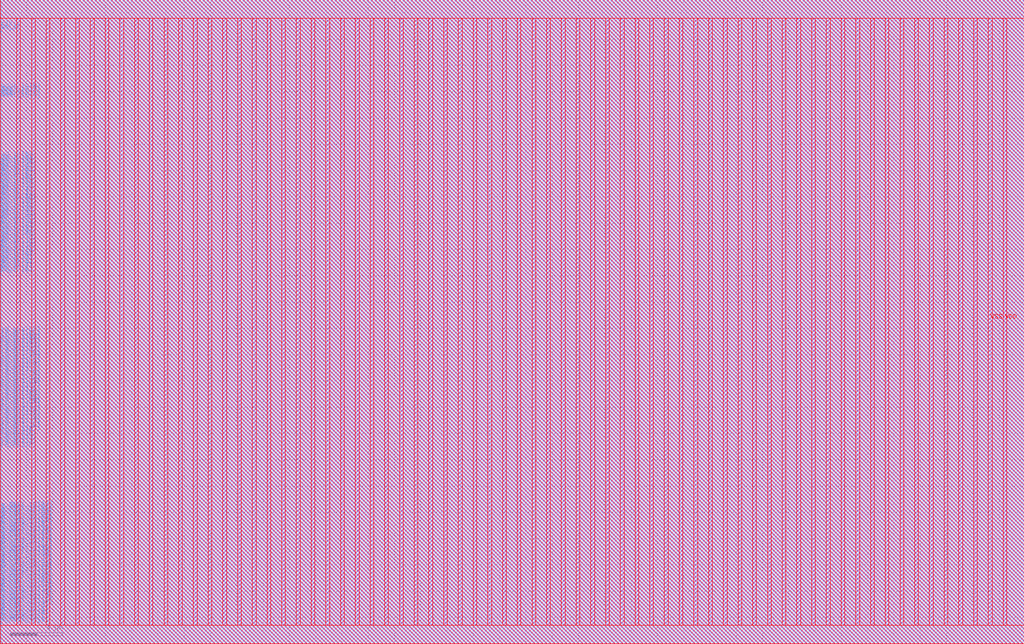
<source format=lef>
VERSION 5.7 ;
BUSBITCHARS "[]" ;
MACRO fakeram45_64x64
  FOREIGN fakeram45_64x64 0 0 ;
  SYMMETRY X Y R90 ;
  SIZE 77.900 BY 49.000 ;
  CLASS BLOCK ;
  PIN w_mask_in[0]
    DIRECTION INPUT ;
    USE SIGNAL ;
    SHAPE ABUTMENT ;
    PORT
      LAYER metal3 ;
      RECT 0.000 1.400 0.070 1.470 ;
    END
  END w_mask_in[0]
  PIN w_mask_in[1]
    DIRECTION INPUT ;
    USE SIGNAL ;
    SHAPE ABUTMENT ;
    PORT
      LAYER metal3 ;
      RECT 0.000 1.540 0.070 1.610 ;
    END
  END w_mask_in[1]
  PIN w_mask_in[2]
    DIRECTION INPUT ;
    USE SIGNAL ;
    SHAPE ABUTMENT ;
    PORT
      LAYER metal3 ;
      RECT 0.000 1.680 0.070 1.750 ;
    END
  END w_mask_in[2]
  PIN w_mask_in[3]
    DIRECTION INPUT ;
    USE SIGNAL ;
    SHAPE ABUTMENT ;
    PORT
      LAYER metal3 ;
      RECT 0.000 1.820 0.070 1.890 ;
    END
  END w_mask_in[3]
  PIN w_mask_in[4]
    DIRECTION INPUT ;
    USE SIGNAL ;
    SHAPE ABUTMENT ;
    PORT
      LAYER metal3 ;
      RECT 0.000 1.960 0.070 2.030 ;
    END
  END w_mask_in[4]
  PIN w_mask_in[5]
    DIRECTION INPUT ;
    USE SIGNAL ;
    SHAPE ABUTMENT ;
    PORT
      LAYER metal3 ;
      RECT 0.000 2.100 0.070 2.170 ;
    END
  END w_mask_in[5]
  PIN w_mask_in[6]
    DIRECTION INPUT ;
    USE SIGNAL ;
    SHAPE ABUTMENT ;
    PORT
      LAYER metal3 ;
      RECT 0.000 2.240 0.070 2.310 ;
    END
  END w_mask_in[6]
  PIN w_mask_in[7]
    DIRECTION INPUT ;
    USE SIGNAL ;
    SHAPE ABUTMENT ;
    PORT
      LAYER metal3 ;
      RECT 0.000 2.380 0.070 2.450 ;
    END
  END w_mask_in[7]
  PIN w_mask_in[8]
    DIRECTION INPUT ;
    USE SIGNAL ;
    SHAPE ABUTMENT ;
    PORT
      LAYER metal3 ;
      RECT 0.000 2.520 0.070 2.590 ;
    END
  END w_mask_in[8]
  PIN w_mask_in[9]
    DIRECTION INPUT ;
    USE SIGNAL ;
    SHAPE ABUTMENT ;
    PORT
      LAYER metal3 ;
      RECT 0.000 2.660 0.070 2.730 ;
    END
  END w_mask_in[9]
  PIN w_mask_in[10]
    DIRECTION INPUT ;
    USE SIGNAL ;
    SHAPE ABUTMENT ;
    PORT
      LAYER metal3 ;
      RECT 0.000 2.800 0.070 2.870 ;
    END
  END w_mask_in[10]
  PIN w_mask_in[11]
    DIRECTION INPUT ;
    USE SIGNAL ;
    SHAPE ABUTMENT ;
    PORT
      LAYER metal3 ;
      RECT 0.000 2.940 0.070 3.010 ;
    END
  END w_mask_in[11]
  PIN w_mask_in[12]
    DIRECTION INPUT ;
    USE SIGNAL ;
    SHAPE ABUTMENT ;
    PORT
      LAYER metal3 ;
      RECT 0.000 3.080 0.070 3.150 ;
    END
  END w_mask_in[12]
  PIN w_mask_in[13]
    DIRECTION INPUT ;
    USE SIGNAL ;
    SHAPE ABUTMENT ;
    PORT
      LAYER metal3 ;
      RECT 0.000 3.220 0.070 3.290 ;
    END
  END w_mask_in[13]
  PIN w_mask_in[14]
    DIRECTION INPUT ;
    USE SIGNAL ;
    SHAPE ABUTMENT ;
    PORT
      LAYER metal3 ;
      RECT 0.000 3.360 0.070 3.430 ;
    END
  END w_mask_in[14]
  PIN w_mask_in[15]
    DIRECTION INPUT ;
    USE SIGNAL ;
    SHAPE ABUTMENT ;
    PORT
      LAYER metal3 ;
      RECT 0.000 3.500 0.070 3.570 ;
    END
  END w_mask_in[15]
  PIN w_mask_in[16]
    DIRECTION INPUT ;
    USE SIGNAL ;
    SHAPE ABUTMENT ;
    PORT
      LAYER metal3 ;
      RECT 0.000 3.640 0.070 3.710 ;
    END
  END w_mask_in[16]
  PIN w_mask_in[17]
    DIRECTION INPUT ;
    USE SIGNAL ;
    SHAPE ABUTMENT ;
    PORT
      LAYER metal3 ;
      RECT 0.000 3.780 0.070 3.850 ;
    END
  END w_mask_in[17]
  PIN w_mask_in[18]
    DIRECTION INPUT ;
    USE SIGNAL ;
    SHAPE ABUTMENT ;
    PORT
      LAYER metal3 ;
      RECT 0.000 3.920 0.070 3.990 ;
    END
  END w_mask_in[18]
  PIN w_mask_in[19]
    DIRECTION INPUT ;
    USE SIGNAL ;
    SHAPE ABUTMENT ;
    PORT
      LAYER metal3 ;
      RECT 0.000 4.060 0.070 4.130 ;
    END
  END w_mask_in[19]
  PIN w_mask_in[20]
    DIRECTION INPUT ;
    USE SIGNAL ;
    SHAPE ABUTMENT ;
    PORT
      LAYER metal3 ;
      RECT 0.000 4.200 0.070 4.270 ;
    END
  END w_mask_in[20]
  PIN w_mask_in[21]
    DIRECTION INPUT ;
    USE SIGNAL ;
    SHAPE ABUTMENT ;
    PORT
      LAYER metal3 ;
      RECT 0.000 4.340 0.070 4.410 ;
    END
  END w_mask_in[21]
  PIN w_mask_in[22]
    DIRECTION INPUT ;
    USE SIGNAL ;
    SHAPE ABUTMENT ;
    PORT
      LAYER metal3 ;
      RECT 0.000 4.480 0.070 4.550 ;
    END
  END w_mask_in[22]
  PIN w_mask_in[23]
    DIRECTION INPUT ;
    USE SIGNAL ;
    SHAPE ABUTMENT ;
    PORT
      LAYER metal3 ;
      RECT 0.000 4.620 0.070 4.690 ;
    END
  END w_mask_in[23]
  PIN w_mask_in[24]
    DIRECTION INPUT ;
    USE SIGNAL ;
    SHAPE ABUTMENT ;
    PORT
      LAYER metal3 ;
      RECT 0.000 4.760 0.070 4.830 ;
    END
  END w_mask_in[24]
  PIN w_mask_in[25]
    DIRECTION INPUT ;
    USE SIGNAL ;
    SHAPE ABUTMENT ;
    PORT
      LAYER metal3 ;
      RECT 0.000 4.900 0.070 4.970 ;
    END
  END w_mask_in[25]
  PIN w_mask_in[26]
    DIRECTION INPUT ;
    USE SIGNAL ;
    SHAPE ABUTMENT ;
    PORT
      LAYER metal3 ;
      RECT 0.000 5.040 0.070 5.110 ;
    END
  END w_mask_in[26]
  PIN w_mask_in[27]
    DIRECTION INPUT ;
    USE SIGNAL ;
    SHAPE ABUTMENT ;
    PORT
      LAYER metal3 ;
      RECT 0.000 5.180 0.070 5.250 ;
    END
  END w_mask_in[27]
  PIN w_mask_in[28]
    DIRECTION INPUT ;
    USE SIGNAL ;
    SHAPE ABUTMENT ;
    PORT
      LAYER metal3 ;
      RECT 0.000 5.320 0.070 5.390 ;
    END
  END w_mask_in[28]
  PIN w_mask_in[29]
    DIRECTION INPUT ;
    USE SIGNAL ;
    SHAPE ABUTMENT ;
    PORT
      LAYER metal3 ;
      RECT 0.000 5.460 0.070 5.530 ;
    END
  END w_mask_in[29]
  PIN w_mask_in[30]
    DIRECTION INPUT ;
    USE SIGNAL ;
    SHAPE ABUTMENT ;
    PORT
      LAYER metal3 ;
      RECT 0.000 5.600 0.070 5.670 ;
    END
  END w_mask_in[30]
  PIN w_mask_in[31]
    DIRECTION INPUT ;
    USE SIGNAL ;
    SHAPE ABUTMENT ;
    PORT
      LAYER metal3 ;
      RECT 0.000 5.740 0.070 5.810 ;
    END
  END w_mask_in[31]
  PIN w_mask_in[32]
    DIRECTION INPUT ;
    USE SIGNAL ;
    SHAPE ABUTMENT ;
    PORT
      LAYER metal3 ;
      RECT 0.000 5.880 0.070 5.950 ;
    END
  END w_mask_in[32]
  PIN w_mask_in[33]
    DIRECTION INPUT ;
    USE SIGNAL ;
    SHAPE ABUTMENT ;
    PORT
      LAYER metal3 ;
      RECT 0.000 6.020 0.070 6.090 ;
    END
  END w_mask_in[33]
  PIN w_mask_in[34]
    DIRECTION INPUT ;
    USE SIGNAL ;
    SHAPE ABUTMENT ;
    PORT
      LAYER metal3 ;
      RECT 0.000 6.160 0.070 6.230 ;
    END
  END w_mask_in[34]
  PIN w_mask_in[35]
    DIRECTION INPUT ;
    USE SIGNAL ;
    SHAPE ABUTMENT ;
    PORT
      LAYER metal3 ;
      RECT 0.000 6.300 0.070 6.370 ;
    END
  END w_mask_in[35]
  PIN w_mask_in[36]
    DIRECTION INPUT ;
    USE SIGNAL ;
    SHAPE ABUTMENT ;
    PORT
      LAYER metal3 ;
      RECT 0.000 6.440 0.070 6.510 ;
    END
  END w_mask_in[36]
  PIN w_mask_in[37]
    DIRECTION INPUT ;
    USE SIGNAL ;
    SHAPE ABUTMENT ;
    PORT
      LAYER metal3 ;
      RECT 0.000 6.580 0.070 6.650 ;
    END
  END w_mask_in[37]
  PIN w_mask_in[38]
    DIRECTION INPUT ;
    USE SIGNAL ;
    SHAPE ABUTMENT ;
    PORT
      LAYER metal3 ;
      RECT 0.000 6.720 0.070 6.790 ;
    END
  END w_mask_in[38]
  PIN w_mask_in[39]
    DIRECTION INPUT ;
    USE SIGNAL ;
    SHAPE ABUTMENT ;
    PORT
      LAYER metal3 ;
      RECT 0.000 6.860 0.070 6.930 ;
    END
  END w_mask_in[39]
  PIN w_mask_in[40]
    DIRECTION INPUT ;
    USE SIGNAL ;
    SHAPE ABUTMENT ;
    PORT
      LAYER metal3 ;
      RECT 0.000 7.000 0.070 7.070 ;
    END
  END w_mask_in[40]
  PIN w_mask_in[41]
    DIRECTION INPUT ;
    USE SIGNAL ;
    SHAPE ABUTMENT ;
    PORT
      LAYER metal3 ;
      RECT 0.000 7.140 0.070 7.210 ;
    END
  END w_mask_in[41]
  PIN w_mask_in[42]
    DIRECTION INPUT ;
    USE SIGNAL ;
    SHAPE ABUTMENT ;
    PORT
      LAYER metal3 ;
      RECT 0.000 7.280 0.070 7.350 ;
    END
  END w_mask_in[42]
  PIN w_mask_in[43]
    DIRECTION INPUT ;
    USE SIGNAL ;
    SHAPE ABUTMENT ;
    PORT
      LAYER metal3 ;
      RECT 0.000 7.420 0.070 7.490 ;
    END
  END w_mask_in[43]
  PIN w_mask_in[44]
    DIRECTION INPUT ;
    USE SIGNAL ;
    SHAPE ABUTMENT ;
    PORT
      LAYER metal3 ;
      RECT 0.000 7.560 0.070 7.630 ;
    END
  END w_mask_in[44]
  PIN w_mask_in[45]
    DIRECTION INPUT ;
    USE SIGNAL ;
    SHAPE ABUTMENT ;
    PORT
      LAYER metal3 ;
      RECT 0.000 7.700 0.070 7.770 ;
    END
  END w_mask_in[45]
  PIN w_mask_in[46]
    DIRECTION INPUT ;
    USE SIGNAL ;
    SHAPE ABUTMENT ;
    PORT
      LAYER metal3 ;
      RECT 0.000 7.840 0.070 7.910 ;
    END
  END w_mask_in[46]
  PIN w_mask_in[47]
    DIRECTION INPUT ;
    USE SIGNAL ;
    SHAPE ABUTMENT ;
    PORT
      LAYER metal3 ;
      RECT 0.000 7.980 0.070 8.050 ;
    END
  END w_mask_in[47]
  PIN w_mask_in[48]
    DIRECTION INPUT ;
    USE SIGNAL ;
    SHAPE ABUTMENT ;
    PORT
      LAYER metal3 ;
      RECT 0.000 8.120 0.070 8.190 ;
    END
  END w_mask_in[48]
  PIN w_mask_in[49]
    DIRECTION INPUT ;
    USE SIGNAL ;
    SHAPE ABUTMENT ;
    PORT
      LAYER metal3 ;
      RECT 0.000 8.260 0.070 8.330 ;
    END
  END w_mask_in[49]
  PIN w_mask_in[50]
    DIRECTION INPUT ;
    USE SIGNAL ;
    SHAPE ABUTMENT ;
    PORT
      LAYER metal3 ;
      RECT 0.000 8.400 0.070 8.470 ;
    END
  END w_mask_in[50]
  PIN w_mask_in[51]
    DIRECTION INPUT ;
    USE SIGNAL ;
    SHAPE ABUTMENT ;
    PORT
      LAYER metal3 ;
      RECT 0.000 8.540 0.070 8.610 ;
    END
  END w_mask_in[51]
  PIN w_mask_in[52]
    DIRECTION INPUT ;
    USE SIGNAL ;
    SHAPE ABUTMENT ;
    PORT
      LAYER metal3 ;
      RECT 0.000 8.680 0.070 8.750 ;
    END
  END w_mask_in[52]
  PIN w_mask_in[53]
    DIRECTION INPUT ;
    USE SIGNAL ;
    SHAPE ABUTMENT ;
    PORT
      LAYER metal3 ;
      RECT 0.000 8.820 0.070 8.890 ;
    END
  END w_mask_in[53]
  PIN w_mask_in[54]
    DIRECTION INPUT ;
    USE SIGNAL ;
    SHAPE ABUTMENT ;
    PORT
      LAYER metal3 ;
      RECT 0.000 8.960 0.070 9.030 ;
    END
  END w_mask_in[54]
  PIN w_mask_in[55]
    DIRECTION INPUT ;
    USE SIGNAL ;
    SHAPE ABUTMENT ;
    PORT
      LAYER metal3 ;
      RECT 0.000 9.100 0.070 9.170 ;
    END
  END w_mask_in[55]
  PIN w_mask_in[56]
    DIRECTION INPUT ;
    USE SIGNAL ;
    SHAPE ABUTMENT ;
    PORT
      LAYER metal3 ;
      RECT 0.000 9.240 0.070 9.310 ;
    END
  END w_mask_in[56]
  PIN w_mask_in[57]
    DIRECTION INPUT ;
    USE SIGNAL ;
    SHAPE ABUTMENT ;
    PORT
      LAYER metal3 ;
      RECT 0.000 9.380 0.070 9.450 ;
    END
  END w_mask_in[57]
  PIN w_mask_in[58]
    DIRECTION INPUT ;
    USE SIGNAL ;
    SHAPE ABUTMENT ;
    PORT
      LAYER metal3 ;
      RECT 0.000 9.520 0.070 9.590 ;
    END
  END w_mask_in[58]
  PIN w_mask_in[59]
    DIRECTION INPUT ;
    USE SIGNAL ;
    SHAPE ABUTMENT ;
    PORT
      LAYER metal3 ;
      RECT 0.000 9.660 0.070 9.730 ;
    END
  END w_mask_in[59]
  PIN w_mask_in[60]
    DIRECTION INPUT ;
    USE SIGNAL ;
    SHAPE ABUTMENT ;
    PORT
      LAYER metal3 ;
      RECT 0.000 9.800 0.070 9.870 ;
    END
  END w_mask_in[60]
  PIN w_mask_in[61]
    DIRECTION INPUT ;
    USE SIGNAL ;
    SHAPE ABUTMENT ;
    PORT
      LAYER metal3 ;
      RECT 0.000 9.940 0.070 10.010 ;
    END
  END w_mask_in[61]
  PIN w_mask_in[62]
    DIRECTION INPUT ;
    USE SIGNAL ;
    SHAPE ABUTMENT ;
    PORT
      LAYER metal3 ;
      RECT 0.000 10.080 0.070 10.150 ;
    END
  END w_mask_in[62]
  PIN w_mask_in[63]
    DIRECTION INPUT ;
    USE SIGNAL ;
    SHAPE ABUTMENT ;
    PORT
      LAYER metal3 ;
      RECT 0.000 10.220 0.070 10.290 ;
    END
  END w_mask_in[63]
  PIN rd_out[0]
    DIRECTION OUTPUT ;
    USE SIGNAL ;
    SHAPE ABUTMENT ;
    PORT
      LAYER metal3 ;
      RECT 0.000 14.700 0.070 14.770 ;
    END
  END rd_out[0]
  PIN rd_out[1]
    DIRECTION OUTPUT ;
    USE SIGNAL ;
    SHAPE ABUTMENT ;
    PORT
      LAYER metal3 ;
      RECT 0.000 14.840 0.070 14.910 ;
    END
  END rd_out[1]
  PIN rd_out[2]
    DIRECTION OUTPUT ;
    USE SIGNAL ;
    SHAPE ABUTMENT ;
    PORT
      LAYER metal3 ;
      RECT 0.000 14.980 0.070 15.050 ;
    END
  END rd_out[2]
  PIN rd_out[3]
    DIRECTION OUTPUT ;
    USE SIGNAL ;
    SHAPE ABUTMENT ;
    PORT
      LAYER metal3 ;
      RECT 0.000 15.120 0.070 15.190 ;
    END
  END rd_out[3]
  PIN rd_out[4]
    DIRECTION OUTPUT ;
    USE SIGNAL ;
    SHAPE ABUTMENT ;
    PORT
      LAYER metal3 ;
      RECT 0.000 15.260 0.070 15.330 ;
    END
  END rd_out[4]
  PIN rd_out[5]
    DIRECTION OUTPUT ;
    USE SIGNAL ;
    SHAPE ABUTMENT ;
    PORT
      LAYER metal3 ;
      RECT 0.000 15.400 0.070 15.470 ;
    END
  END rd_out[5]
  PIN rd_out[6]
    DIRECTION OUTPUT ;
    USE SIGNAL ;
    SHAPE ABUTMENT ;
    PORT
      LAYER metal3 ;
      RECT 0.000 15.540 0.070 15.610 ;
    END
  END rd_out[6]
  PIN rd_out[7]
    DIRECTION OUTPUT ;
    USE SIGNAL ;
    SHAPE ABUTMENT ;
    PORT
      LAYER metal3 ;
      RECT 0.000 15.680 0.070 15.750 ;
    END
  END rd_out[7]
  PIN rd_out[8]
    DIRECTION OUTPUT ;
    USE SIGNAL ;
    SHAPE ABUTMENT ;
    PORT
      LAYER metal3 ;
      RECT 0.000 15.820 0.070 15.890 ;
    END
  END rd_out[8]
  PIN rd_out[9]
    DIRECTION OUTPUT ;
    USE SIGNAL ;
    SHAPE ABUTMENT ;
    PORT
      LAYER metal3 ;
      RECT 0.000 15.960 0.070 16.030 ;
    END
  END rd_out[9]
  PIN rd_out[10]
    DIRECTION OUTPUT ;
    USE SIGNAL ;
    SHAPE ABUTMENT ;
    PORT
      LAYER metal3 ;
      RECT 0.000 16.100 0.070 16.170 ;
    END
  END rd_out[10]
  PIN rd_out[11]
    DIRECTION OUTPUT ;
    USE SIGNAL ;
    SHAPE ABUTMENT ;
    PORT
      LAYER metal3 ;
      RECT 0.000 16.240 0.070 16.310 ;
    END
  END rd_out[11]
  PIN rd_out[12]
    DIRECTION OUTPUT ;
    USE SIGNAL ;
    SHAPE ABUTMENT ;
    PORT
      LAYER metal3 ;
      RECT 0.000 16.380 0.070 16.450 ;
    END
  END rd_out[12]
  PIN rd_out[13]
    DIRECTION OUTPUT ;
    USE SIGNAL ;
    SHAPE ABUTMENT ;
    PORT
      LAYER metal3 ;
      RECT 0.000 16.520 0.070 16.590 ;
    END
  END rd_out[13]
  PIN rd_out[14]
    DIRECTION OUTPUT ;
    USE SIGNAL ;
    SHAPE ABUTMENT ;
    PORT
      LAYER metal3 ;
      RECT 0.000 16.660 0.070 16.730 ;
    END
  END rd_out[14]
  PIN rd_out[15]
    DIRECTION OUTPUT ;
    USE SIGNAL ;
    SHAPE ABUTMENT ;
    PORT
      LAYER metal3 ;
      RECT 0.000 16.800 0.070 16.870 ;
    END
  END rd_out[15]
  PIN rd_out[16]
    DIRECTION OUTPUT ;
    USE SIGNAL ;
    SHAPE ABUTMENT ;
    PORT
      LAYER metal3 ;
      RECT 0.000 16.940 0.070 17.010 ;
    END
  END rd_out[16]
  PIN rd_out[17]
    DIRECTION OUTPUT ;
    USE SIGNAL ;
    SHAPE ABUTMENT ;
    PORT
      LAYER metal3 ;
      RECT 0.000 17.080 0.070 17.150 ;
    END
  END rd_out[17]
  PIN rd_out[18]
    DIRECTION OUTPUT ;
    USE SIGNAL ;
    SHAPE ABUTMENT ;
    PORT
      LAYER metal3 ;
      RECT 0.000 17.220 0.070 17.290 ;
    END
  END rd_out[18]
  PIN rd_out[19]
    DIRECTION OUTPUT ;
    USE SIGNAL ;
    SHAPE ABUTMENT ;
    PORT
      LAYER metal3 ;
      RECT 0.000 17.360 0.070 17.430 ;
    END
  END rd_out[19]
  PIN rd_out[20]
    DIRECTION OUTPUT ;
    USE SIGNAL ;
    SHAPE ABUTMENT ;
    PORT
      LAYER metal3 ;
      RECT 0.000 17.500 0.070 17.570 ;
    END
  END rd_out[20]
  PIN rd_out[21]
    DIRECTION OUTPUT ;
    USE SIGNAL ;
    SHAPE ABUTMENT ;
    PORT
      LAYER metal3 ;
      RECT 0.000 17.640 0.070 17.710 ;
    END
  END rd_out[21]
  PIN rd_out[22]
    DIRECTION OUTPUT ;
    USE SIGNAL ;
    SHAPE ABUTMENT ;
    PORT
      LAYER metal3 ;
      RECT 0.000 17.780 0.070 17.850 ;
    END
  END rd_out[22]
  PIN rd_out[23]
    DIRECTION OUTPUT ;
    USE SIGNAL ;
    SHAPE ABUTMENT ;
    PORT
      LAYER metal3 ;
      RECT 0.000 17.920 0.070 17.990 ;
    END
  END rd_out[23]
  PIN rd_out[24]
    DIRECTION OUTPUT ;
    USE SIGNAL ;
    SHAPE ABUTMENT ;
    PORT
      LAYER metal3 ;
      RECT 0.000 18.060 0.070 18.130 ;
    END
  END rd_out[24]
  PIN rd_out[25]
    DIRECTION OUTPUT ;
    USE SIGNAL ;
    SHAPE ABUTMENT ;
    PORT
      LAYER metal3 ;
      RECT 0.000 18.200 0.070 18.270 ;
    END
  END rd_out[25]
  PIN rd_out[26]
    DIRECTION OUTPUT ;
    USE SIGNAL ;
    SHAPE ABUTMENT ;
    PORT
      LAYER metal3 ;
      RECT 0.000 18.340 0.070 18.410 ;
    END
  END rd_out[26]
  PIN rd_out[27]
    DIRECTION OUTPUT ;
    USE SIGNAL ;
    SHAPE ABUTMENT ;
    PORT
      LAYER metal3 ;
      RECT 0.000 18.480 0.070 18.550 ;
    END
  END rd_out[27]
  PIN rd_out[28]
    DIRECTION OUTPUT ;
    USE SIGNAL ;
    SHAPE ABUTMENT ;
    PORT
      LAYER metal3 ;
      RECT 0.000 18.620 0.070 18.690 ;
    END
  END rd_out[28]
  PIN rd_out[29]
    DIRECTION OUTPUT ;
    USE SIGNAL ;
    SHAPE ABUTMENT ;
    PORT
      LAYER metal3 ;
      RECT 0.000 18.760 0.070 18.830 ;
    END
  END rd_out[29]
  PIN rd_out[30]
    DIRECTION OUTPUT ;
    USE SIGNAL ;
    SHAPE ABUTMENT ;
    PORT
      LAYER metal3 ;
      RECT 0.000 18.900 0.070 18.970 ;
    END
  END rd_out[30]
  PIN rd_out[31]
    DIRECTION OUTPUT ;
    USE SIGNAL ;
    SHAPE ABUTMENT ;
    PORT
      LAYER metal3 ;
      RECT 0.000 19.040 0.070 19.110 ;
    END
  END rd_out[31]
  PIN rd_out[32]
    DIRECTION OUTPUT ;
    USE SIGNAL ;
    SHAPE ABUTMENT ;
    PORT
      LAYER metal3 ;
      RECT 0.000 19.180 0.070 19.250 ;
    END
  END rd_out[32]
  PIN rd_out[33]
    DIRECTION OUTPUT ;
    USE SIGNAL ;
    SHAPE ABUTMENT ;
    PORT
      LAYER metal3 ;
      RECT 0.000 19.320 0.070 19.390 ;
    END
  END rd_out[33]
  PIN rd_out[34]
    DIRECTION OUTPUT ;
    USE SIGNAL ;
    SHAPE ABUTMENT ;
    PORT
      LAYER metal3 ;
      RECT 0.000 19.460 0.070 19.530 ;
    END
  END rd_out[34]
  PIN rd_out[35]
    DIRECTION OUTPUT ;
    USE SIGNAL ;
    SHAPE ABUTMENT ;
    PORT
      LAYER metal3 ;
      RECT 0.000 19.600 0.070 19.670 ;
    END
  END rd_out[35]
  PIN rd_out[36]
    DIRECTION OUTPUT ;
    USE SIGNAL ;
    SHAPE ABUTMENT ;
    PORT
      LAYER metal3 ;
      RECT 0.000 19.740 0.070 19.810 ;
    END
  END rd_out[36]
  PIN rd_out[37]
    DIRECTION OUTPUT ;
    USE SIGNAL ;
    SHAPE ABUTMENT ;
    PORT
      LAYER metal3 ;
      RECT 0.000 19.880 0.070 19.950 ;
    END
  END rd_out[37]
  PIN rd_out[38]
    DIRECTION OUTPUT ;
    USE SIGNAL ;
    SHAPE ABUTMENT ;
    PORT
      LAYER metal3 ;
      RECT 0.000 20.020 0.070 20.090 ;
    END
  END rd_out[38]
  PIN rd_out[39]
    DIRECTION OUTPUT ;
    USE SIGNAL ;
    SHAPE ABUTMENT ;
    PORT
      LAYER metal3 ;
      RECT 0.000 20.160 0.070 20.230 ;
    END
  END rd_out[39]
  PIN rd_out[40]
    DIRECTION OUTPUT ;
    USE SIGNAL ;
    SHAPE ABUTMENT ;
    PORT
      LAYER metal3 ;
      RECT 0.000 20.300 0.070 20.370 ;
    END
  END rd_out[40]
  PIN rd_out[41]
    DIRECTION OUTPUT ;
    USE SIGNAL ;
    SHAPE ABUTMENT ;
    PORT
      LAYER metal3 ;
      RECT 0.000 20.440 0.070 20.510 ;
    END
  END rd_out[41]
  PIN rd_out[42]
    DIRECTION OUTPUT ;
    USE SIGNAL ;
    SHAPE ABUTMENT ;
    PORT
      LAYER metal3 ;
      RECT 0.000 20.580 0.070 20.650 ;
    END
  END rd_out[42]
  PIN rd_out[43]
    DIRECTION OUTPUT ;
    USE SIGNAL ;
    SHAPE ABUTMENT ;
    PORT
      LAYER metal3 ;
      RECT 0.000 20.720 0.070 20.790 ;
    END
  END rd_out[43]
  PIN rd_out[44]
    DIRECTION OUTPUT ;
    USE SIGNAL ;
    SHAPE ABUTMENT ;
    PORT
      LAYER metal3 ;
      RECT 0.000 20.860 0.070 20.930 ;
    END
  END rd_out[44]
  PIN rd_out[45]
    DIRECTION OUTPUT ;
    USE SIGNAL ;
    SHAPE ABUTMENT ;
    PORT
      LAYER metal3 ;
      RECT 0.000 21.000 0.070 21.070 ;
    END
  END rd_out[45]
  PIN rd_out[46]
    DIRECTION OUTPUT ;
    USE SIGNAL ;
    SHAPE ABUTMENT ;
    PORT
      LAYER metal3 ;
      RECT 0.000 21.140 0.070 21.210 ;
    END
  END rd_out[46]
  PIN rd_out[47]
    DIRECTION OUTPUT ;
    USE SIGNAL ;
    SHAPE ABUTMENT ;
    PORT
      LAYER metal3 ;
      RECT 0.000 21.280 0.070 21.350 ;
    END
  END rd_out[47]
  PIN rd_out[48]
    DIRECTION OUTPUT ;
    USE SIGNAL ;
    SHAPE ABUTMENT ;
    PORT
      LAYER metal3 ;
      RECT 0.000 21.420 0.070 21.490 ;
    END
  END rd_out[48]
  PIN rd_out[49]
    DIRECTION OUTPUT ;
    USE SIGNAL ;
    SHAPE ABUTMENT ;
    PORT
      LAYER metal3 ;
      RECT 0.000 21.560 0.070 21.630 ;
    END
  END rd_out[49]
  PIN rd_out[50]
    DIRECTION OUTPUT ;
    USE SIGNAL ;
    SHAPE ABUTMENT ;
    PORT
      LAYER metal3 ;
      RECT 0.000 21.700 0.070 21.770 ;
    END
  END rd_out[50]
  PIN rd_out[51]
    DIRECTION OUTPUT ;
    USE SIGNAL ;
    SHAPE ABUTMENT ;
    PORT
      LAYER metal3 ;
      RECT 0.000 21.840 0.070 21.910 ;
    END
  END rd_out[51]
  PIN rd_out[52]
    DIRECTION OUTPUT ;
    USE SIGNAL ;
    SHAPE ABUTMENT ;
    PORT
      LAYER metal3 ;
      RECT 0.000 21.980 0.070 22.050 ;
    END
  END rd_out[52]
  PIN rd_out[53]
    DIRECTION OUTPUT ;
    USE SIGNAL ;
    SHAPE ABUTMENT ;
    PORT
      LAYER metal3 ;
      RECT 0.000 22.120 0.070 22.190 ;
    END
  END rd_out[53]
  PIN rd_out[54]
    DIRECTION OUTPUT ;
    USE SIGNAL ;
    SHAPE ABUTMENT ;
    PORT
      LAYER metal3 ;
      RECT 0.000 22.260 0.070 22.330 ;
    END
  END rd_out[54]
  PIN rd_out[55]
    DIRECTION OUTPUT ;
    USE SIGNAL ;
    SHAPE ABUTMENT ;
    PORT
      LAYER metal3 ;
      RECT 0.000 22.400 0.070 22.470 ;
    END
  END rd_out[55]
  PIN rd_out[56]
    DIRECTION OUTPUT ;
    USE SIGNAL ;
    SHAPE ABUTMENT ;
    PORT
      LAYER metal3 ;
      RECT 0.000 22.540 0.070 22.610 ;
    END
  END rd_out[56]
  PIN rd_out[57]
    DIRECTION OUTPUT ;
    USE SIGNAL ;
    SHAPE ABUTMENT ;
    PORT
      LAYER metal3 ;
      RECT 0.000 22.680 0.070 22.750 ;
    END
  END rd_out[57]
  PIN rd_out[58]
    DIRECTION OUTPUT ;
    USE SIGNAL ;
    SHAPE ABUTMENT ;
    PORT
      LAYER metal3 ;
      RECT 0.000 22.820 0.070 22.890 ;
    END
  END rd_out[58]
  PIN rd_out[59]
    DIRECTION OUTPUT ;
    USE SIGNAL ;
    SHAPE ABUTMENT ;
    PORT
      LAYER metal3 ;
      RECT 0.000 22.960 0.070 23.030 ;
    END
  END rd_out[59]
  PIN rd_out[60]
    DIRECTION OUTPUT ;
    USE SIGNAL ;
    SHAPE ABUTMENT ;
    PORT
      LAYER metal3 ;
      RECT 0.000 23.100 0.070 23.170 ;
    END
  END rd_out[60]
  PIN rd_out[61]
    DIRECTION OUTPUT ;
    USE SIGNAL ;
    SHAPE ABUTMENT ;
    PORT
      LAYER metal3 ;
      RECT 0.000 23.240 0.070 23.310 ;
    END
  END rd_out[61]
  PIN rd_out[62]
    DIRECTION OUTPUT ;
    USE SIGNAL ;
    SHAPE ABUTMENT ;
    PORT
      LAYER metal3 ;
      RECT 0.000 23.380 0.070 23.450 ;
    END
  END rd_out[62]
  PIN rd_out[63]
    DIRECTION OUTPUT ;
    USE SIGNAL ;
    SHAPE ABUTMENT ;
    PORT
      LAYER metal3 ;
      RECT 0.000 23.520 0.070 23.590 ;
    END
  END rd_out[63]
  PIN wd_in[0]
    DIRECTION INPUT ;
    USE SIGNAL ;
    SHAPE ABUTMENT ;
    PORT
      LAYER metal3 ;
      RECT 0.000 28.000 0.070 28.070 ;
    END
  END wd_in[0]
  PIN wd_in[1]
    DIRECTION INPUT ;
    USE SIGNAL ;
    SHAPE ABUTMENT ;
    PORT
      LAYER metal3 ;
      RECT 0.000 28.140 0.070 28.210 ;
    END
  END wd_in[1]
  PIN wd_in[2]
    DIRECTION INPUT ;
    USE SIGNAL ;
    SHAPE ABUTMENT ;
    PORT
      LAYER metal3 ;
      RECT 0.000 28.280 0.070 28.350 ;
    END
  END wd_in[2]
  PIN wd_in[3]
    DIRECTION INPUT ;
    USE SIGNAL ;
    SHAPE ABUTMENT ;
    PORT
      LAYER metal3 ;
      RECT 0.000 28.420 0.070 28.490 ;
    END
  END wd_in[3]
  PIN wd_in[4]
    DIRECTION INPUT ;
    USE SIGNAL ;
    SHAPE ABUTMENT ;
    PORT
      LAYER metal3 ;
      RECT 0.000 28.560 0.070 28.630 ;
    END
  END wd_in[4]
  PIN wd_in[5]
    DIRECTION INPUT ;
    USE SIGNAL ;
    SHAPE ABUTMENT ;
    PORT
      LAYER metal3 ;
      RECT 0.000 28.700 0.070 28.770 ;
    END
  END wd_in[5]
  PIN wd_in[6]
    DIRECTION INPUT ;
    USE SIGNAL ;
    SHAPE ABUTMENT ;
    PORT
      LAYER metal3 ;
      RECT 0.000 28.840 0.070 28.910 ;
    END
  END wd_in[6]
  PIN wd_in[7]
    DIRECTION INPUT ;
    USE SIGNAL ;
    SHAPE ABUTMENT ;
    PORT
      LAYER metal3 ;
      RECT 0.000 28.980 0.070 29.050 ;
    END
  END wd_in[7]
  PIN wd_in[8]
    DIRECTION INPUT ;
    USE SIGNAL ;
    SHAPE ABUTMENT ;
    PORT
      LAYER metal3 ;
      RECT 0.000 29.120 0.070 29.190 ;
    END
  END wd_in[8]
  PIN wd_in[9]
    DIRECTION INPUT ;
    USE SIGNAL ;
    SHAPE ABUTMENT ;
    PORT
      LAYER metal3 ;
      RECT 0.000 29.260 0.070 29.330 ;
    END
  END wd_in[9]
  PIN wd_in[10]
    DIRECTION INPUT ;
    USE SIGNAL ;
    SHAPE ABUTMENT ;
    PORT
      LAYER metal3 ;
      RECT 0.000 29.400 0.070 29.470 ;
    END
  END wd_in[10]
  PIN wd_in[11]
    DIRECTION INPUT ;
    USE SIGNAL ;
    SHAPE ABUTMENT ;
    PORT
      LAYER metal3 ;
      RECT 0.000 29.540 0.070 29.610 ;
    END
  END wd_in[11]
  PIN wd_in[12]
    DIRECTION INPUT ;
    USE SIGNAL ;
    SHAPE ABUTMENT ;
    PORT
      LAYER metal3 ;
      RECT 0.000 29.680 0.070 29.750 ;
    END
  END wd_in[12]
  PIN wd_in[13]
    DIRECTION INPUT ;
    USE SIGNAL ;
    SHAPE ABUTMENT ;
    PORT
      LAYER metal3 ;
      RECT 0.000 29.820 0.070 29.890 ;
    END
  END wd_in[13]
  PIN wd_in[14]
    DIRECTION INPUT ;
    USE SIGNAL ;
    SHAPE ABUTMENT ;
    PORT
      LAYER metal3 ;
      RECT 0.000 29.960 0.070 30.030 ;
    END
  END wd_in[14]
  PIN wd_in[15]
    DIRECTION INPUT ;
    USE SIGNAL ;
    SHAPE ABUTMENT ;
    PORT
      LAYER metal3 ;
      RECT 0.000 30.100 0.070 30.170 ;
    END
  END wd_in[15]
  PIN wd_in[16]
    DIRECTION INPUT ;
    USE SIGNAL ;
    SHAPE ABUTMENT ;
    PORT
      LAYER metal3 ;
      RECT 0.000 30.240 0.070 30.310 ;
    END
  END wd_in[16]
  PIN wd_in[17]
    DIRECTION INPUT ;
    USE SIGNAL ;
    SHAPE ABUTMENT ;
    PORT
      LAYER metal3 ;
      RECT 0.000 30.380 0.070 30.450 ;
    END
  END wd_in[17]
  PIN wd_in[18]
    DIRECTION INPUT ;
    USE SIGNAL ;
    SHAPE ABUTMENT ;
    PORT
      LAYER metal3 ;
      RECT 0.000 30.520 0.070 30.590 ;
    END
  END wd_in[18]
  PIN wd_in[19]
    DIRECTION INPUT ;
    USE SIGNAL ;
    SHAPE ABUTMENT ;
    PORT
      LAYER metal3 ;
      RECT 0.000 30.660 0.070 30.730 ;
    END
  END wd_in[19]
  PIN wd_in[20]
    DIRECTION INPUT ;
    USE SIGNAL ;
    SHAPE ABUTMENT ;
    PORT
      LAYER metal3 ;
      RECT 0.000 30.800 0.070 30.870 ;
    END
  END wd_in[20]
  PIN wd_in[21]
    DIRECTION INPUT ;
    USE SIGNAL ;
    SHAPE ABUTMENT ;
    PORT
      LAYER metal3 ;
      RECT 0.000 30.940 0.070 31.010 ;
    END
  END wd_in[21]
  PIN wd_in[22]
    DIRECTION INPUT ;
    USE SIGNAL ;
    SHAPE ABUTMENT ;
    PORT
      LAYER metal3 ;
      RECT 0.000 31.080 0.070 31.150 ;
    END
  END wd_in[22]
  PIN wd_in[23]
    DIRECTION INPUT ;
    USE SIGNAL ;
    SHAPE ABUTMENT ;
    PORT
      LAYER metal3 ;
      RECT 0.000 31.220 0.070 31.290 ;
    END
  END wd_in[23]
  PIN wd_in[24]
    DIRECTION INPUT ;
    USE SIGNAL ;
    SHAPE ABUTMENT ;
    PORT
      LAYER metal3 ;
      RECT 0.000 31.360 0.070 31.430 ;
    END
  END wd_in[24]
  PIN wd_in[25]
    DIRECTION INPUT ;
    USE SIGNAL ;
    SHAPE ABUTMENT ;
    PORT
      LAYER metal3 ;
      RECT 0.000 31.500 0.070 31.570 ;
    END
  END wd_in[25]
  PIN wd_in[26]
    DIRECTION INPUT ;
    USE SIGNAL ;
    SHAPE ABUTMENT ;
    PORT
      LAYER metal3 ;
      RECT 0.000 31.640 0.070 31.710 ;
    END
  END wd_in[26]
  PIN wd_in[27]
    DIRECTION INPUT ;
    USE SIGNAL ;
    SHAPE ABUTMENT ;
    PORT
      LAYER metal3 ;
      RECT 0.000 31.780 0.070 31.850 ;
    END
  END wd_in[27]
  PIN wd_in[28]
    DIRECTION INPUT ;
    USE SIGNAL ;
    SHAPE ABUTMENT ;
    PORT
      LAYER metal3 ;
      RECT 0.000 31.920 0.070 31.990 ;
    END
  END wd_in[28]
  PIN wd_in[29]
    DIRECTION INPUT ;
    USE SIGNAL ;
    SHAPE ABUTMENT ;
    PORT
      LAYER metal3 ;
      RECT 0.000 32.060 0.070 32.130 ;
    END
  END wd_in[29]
  PIN wd_in[30]
    DIRECTION INPUT ;
    USE SIGNAL ;
    SHAPE ABUTMENT ;
    PORT
      LAYER metal3 ;
      RECT 0.000 32.200 0.070 32.270 ;
    END
  END wd_in[30]
  PIN wd_in[31]
    DIRECTION INPUT ;
    USE SIGNAL ;
    SHAPE ABUTMENT ;
    PORT
      LAYER metal3 ;
      RECT 0.000 32.340 0.070 32.410 ;
    END
  END wd_in[31]
  PIN wd_in[32]
    DIRECTION INPUT ;
    USE SIGNAL ;
    SHAPE ABUTMENT ;
    PORT
      LAYER metal3 ;
      RECT 0.000 32.480 0.070 32.550 ;
    END
  END wd_in[32]
  PIN wd_in[33]
    DIRECTION INPUT ;
    USE SIGNAL ;
    SHAPE ABUTMENT ;
    PORT
      LAYER metal3 ;
      RECT 0.000 32.620 0.070 32.690 ;
    END
  END wd_in[33]
  PIN wd_in[34]
    DIRECTION INPUT ;
    USE SIGNAL ;
    SHAPE ABUTMENT ;
    PORT
      LAYER metal3 ;
      RECT 0.000 32.760 0.070 32.830 ;
    END
  END wd_in[34]
  PIN wd_in[35]
    DIRECTION INPUT ;
    USE SIGNAL ;
    SHAPE ABUTMENT ;
    PORT
      LAYER metal3 ;
      RECT 0.000 32.900 0.070 32.970 ;
    END
  END wd_in[35]
  PIN wd_in[36]
    DIRECTION INPUT ;
    USE SIGNAL ;
    SHAPE ABUTMENT ;
    PORT
      LAYER metal3 ;
      RECT 0.000 33.040 0.070 33.110 ;
    END
  END wd_in[36]
  PIN wd_in[37]
    DIRECTION INPUT ;
    USE SIGNAL ;
    SHAPE ABUTMENT ;
    PORT
      LAYER metal3 ;
      RECT 0.000 33.180 0.070 33.250 ;
    END
  END wd_in[37]
  PIN wd_in[38]
    DIRECTION INPUT ;
    USE SIGNAL ;
    SHAPE ABUTMENT ;
    PORT
      LAYER metal3 ;
      RECT 0.000 33.320 0.070 33.390 ;
    END
  END wd_in[38]
  PIN wd_in[39]
    DIRECTION INPUT ;
    USE SIGNAL ;
    SHAPE ABUTMENT ;
    PORT
      LAYER metal3 ;
      RECT 0.000 33.460 0.070 33.530 ;
    END
  END wd_in[39]
  PIN wd_in[40]
    DIRECTION INPUT ;
    USE SIGNAL ;
    SHAPE ABUTMENT ;
    PORT
      LAYER metal3 ;
      RECT 0.000 33.600 0.070 33.670 ;
    END
  END wd_in[40]
  PIN wd_in[41]
    DIRECTION INPUT ;
    USE SIGNAL ;
    SHAPE ABUTMENT ;
    PORT
      LAYER metal3 ;
      RECT 0.000 33.740 0.070 33.810 ;
    END
  END wd_in[41]
  PIN wd_in[42]
    DIRECTION INPUT ;
    USE SIGNAL ;
    SHAPE ABUTMENT ;
    PORT
      LAYER metal3 ;
      RECT 0.000 33.880 0.070 33.950 ;
    END
  END wd_in[42]
  PIN wd_in[43]
    DIRECTION INPUT ;
    USE SIGNAL ;
    SHAPE ABUTMENT ;
    PORT
      LAYER metal3 ;
      RECT 0.000 34.020 0.070 34.090 ;
    END
  END wd_in[43]
  PIN wd_in[44]
    DIRECTION INPUT ;
    USE SIGNAL ;
    SHAPE ABUTMENT ;
    PORT
      LAYER metal3 ;
      RECT 0.000 34.160 0.070 34.230 ;
    END
  END wd_in[44]
  PIN wd_in[45]
    DIRECTION INPUT ;
    USE SIGNAL ;
    SHAPE ABUTMENT ;
    PORT
      LAYER metal3 ;
      RECT 0.000 34.300 0.070 34.370 ;
    END
  END wd_in[45]
  PIN wd_in[46]
    DIRECTION INPUT ;
    USE SIGNAL ;
    SHAPE ABUTMENT ;
    PORT
      LAYER metal3 ;
      RECT 0.000 34.440 0.070 34.510 ;
    END
  END wd_in[46]
  PIN wd_in[47]
    DIRECTION INPUT ;
    USE SIGNAL ;
    SHAPE ABUTMENT ;
    PORT
      LAYER metal3 ;
      RECT 0.000 34.580 0.070 34.650 ;
    END
  END wd_in[47]
  PIN wd_in[48]
    DIRECTION INPUT ;
    USE SIGNAL ;
    SHAPE ABUTMENT ;
    PORT
      LAYER metal3 ;
      RECT 0.000 34.720 0.070 34.790 ;
    END
  END wd_in[48]
  PIN wd_in[49]
    DIRECTION INPUT ;
    USE SIGNAL ;
    SHAPE ABUTMENT ;
    PORT
      LAYER metal3 ;
      RECT 0.000 34.860 0.070 34.930 ;
    END
  END wd_in[49]
  PIN wd_in[50]
    DIRECTION INPUT ;
    USE SIGNAL ;
    SHAPE ABUTMENT ;
    PORT
      LAYER metal3 ;
      RECT 0.000 35.000 0.070 35.070 ;
    END
  END wd_in[50]
  PIN wd_in[51]
    DIRECTION INPUT ;
    USE SIGNAL ;
    SHAPE ABUTMENT ;
    PORT
      LAYER metal3 ;
      RECT 0.000 35.140 0.070 35.210 ;
    END
  END wd_in[51]
  PIN wd_in[52]
    DIRECTION INPUT ;
    USE SIGNAL ;
    SHAPE ABUTMENT ;
    PORT
      LAYER metal3 ;
      RECT 0.000 35.280 0.070 35.350 ;
    END
  END wd_in[52]
  PIN wd_in[53]
    DIRECTION INPUT ;
    USE SIGNAL ;
    SHAPE ABUTMENT ;
    PORT
      LAYER metal3 ;
      RECT 0.000 35.420 0.070 35.490 ;
    END
  END wd_in[53]
  PIN wd_in[54]
    DIRECTION INPUT ;
    USE SIGNAL ;
    SHAPE ABUTMENT ;
    PORT
      LAYER metal3 ;
      RECT 0.000 35.560 0.070 35.630 ;
    END
  END wd_in[54]
  PIN wd_in[55]
    DIRECTION INPUT ;
    USE SIGNAL ;
    SHAPE ABUTMENT ;
    PORT
      LAYER metal3 ;
      RECT 0.000 35.700 0.070 35.770 ;
    END
  END wd_in[55]
  PIN wd_in[56]
    DIRECTION INPUT ;
    USE SIGNAL ;
    SHAPE ABUTMENT ;
    PORT
      LAYER metal3 ;
      RECT 0.000 35.840 0.070 35.910 ;
    END
  END wd_in[56]
  PIN wd_in[57]
    DIRECTION INPUT ;
    USE SIGNAL ;
    SHAPE ABUTMENT ;
    PORT
      LAYER metal3 ;
      RECT 0.000 35.980 0.070 36.050 ;
    END
  END wd_in[57]
  PIN wd_in[58]
    DIRECTION INPUT ;
    USE SIGNAL ;
    SHAPE ABUTMENT ;
    PORT
      LAYER metal3 ;
      RECT 0.000 36.120 0.070 36.190 ;
    END
  END wd_in[58]
  PIN wd_in[59]
    DIRECTION INPUT ;
    USE SIGNAL ;
    SHAPE ABUTMENT ;
    PORT
      LAYER metal3 ;
      RECT 0.000 36.260 0.070 36.330 ;
    END
  END wd_in[59]
  PIN wd_in[60]
    DIRECTION INPUT ;
    USE SIGNAL ;
    SHAPE ABUTMENT ;
    PORT
      LAYER metal3 ;
      RECT 0.000 36.400 0.070 36.470 ;
    END
  END wd_in[60]
  PIN wd_in[61]
    DIRECTION INPUT ;
    USE SIGNAL ;
    SHAPE ABUTMENT ;
    PORT
      LAYER metal3 ;
      RECT 0.000 36.540 0.070 36.610 ;
    END
  END wd_in[61]
  PIN wd_in[62]
    DIRECTION INPUT ;
    USE SIGNAL ;
    SHAPE ABUTMENT ;
    PORT
      LAYER metal3 ;
      RECT 0.000 36.680 0.070 36.750 ;
    END
  END wd_in[62]
  PIN wd_in[63]
    DIRECTION INPUT ;
    USE SIGNAL ;
    SHAPE ABUTMENT ;
    PORT
      LAYER metal3 ;
      RECT 0.000 36.820 0.070 36.890 ;
    END
  END wd_in[63]
  PIN addr_in[0]
    DIRECTION INPUT ;
    USE SIGNAL ;
    SHAPE ABUTMENT ;
    PORT
      LAYER metal3 ;
      RECT 0.000 41.300 0.070 41.370 ;
    END
  END addr_in[0]
  PIN addr_in[1]
    DIRECTION INPUT ;
    USE SIGNAL ;
    SHAPE ABUTMENT ;
    PORT
      LAYER metal3 ;
      RECT 0.000 41.440 0.070 41.510 ;
    END
  END addr_in[1]
  PIN addr_in[2]
    DIRECTION INPUT ;
    USE SIGNAL ;
    SHAPE ABUTMENT ;
    PORT
      LAYER metal3 ;
      RECT 0.000 41.580 0.070 41.650 ;
    END
  END addr_in[2]
  PIN addr_in[3]
    DIRECTION INPUT ;
    USE SIGNAL ;
    SHAPE ABUTMENT ;
    PORT
      LAYER metal3 ;
      RECT 0.000 41.720 0.070 41.790 ;
    END
  END addr_in[3]
  PIN addr_in[4]
    DIRECTION INPUT ;
    USE SIGNAL ;
    SHAPE ABUTMENT ;
    PORT
      LAYER metal3 ;
      RECT 0.000 41.860 0.070 41.930 ;
    END
  END addr_in[4]
  PIN addr_in[5]
    DIRECTION INPUT ;
    USE SIGNAL ;
    SHAPE ABUTMENT ;
    PORT
      LAYER metal3 ;
      RECT 0.000 42.000 0.070 42.070 ;
    END
  END addr_in[5]
  PIN we_in
    DIRECTION INPUT ;
    USE SIGNAL ;
    SHAPE ABUTMENT ;
    PORT
      LAYER metal3 ;
      RECT 0.000 46.480 0.070 46.550 ;
    END
  END we_in
  PIN ce_in
    DIRECTION INPUT ;
    USE SIGNAL ;
    SHAPE ABUTMENT ;
    PORT
      LAYER metal3 ;
      RECT 0.000 46.620 0.070 46.690 ;
    END
  END ce_in
  PIN clk
    DIRECTION INPUT ;
    USE SIGNAL ;
    SHAPE ABUTMENT ;
    PORT
      LAYER metal3 ;
      RECT 0.000 46.760 0.070 46.830 ;
    END
  END clk
  PIN VSS
    DIRECTION INOUT ;
    USE GROUND ;
    PORT
      LAYER metal4 ;
      RECT 1.260 1.400 1.540 47.600 ;
      RECT 3.500 1.400 3.780 47.600 ;
      RECT 5.740 1.400 6.020 47.600 ;
      RECT 7.980 1.400 8.260 47.600 ;
      RECT 10.220 1.400 10.500 47.600 ;
      RECT 12.460 1.400 12.740 47.600 ;
      RECT 14.700 1.400 14.980 47.600 ;
      RECT 16.940 1.400 17.220 47.600 ;
      RECT 19.180 1.400 19.460 47.600 ;
      RECT 21.420 1.400 21.700 47.600 ;
      RECT 23.660 1.400 23.940 47.600 ;
      RECT 25.900 1.400 26.180 47.600 ;
      RECT 28.140 1.400 28.420 47.600 ;
      RECT 30.380 1.400 30.660 47.600 ;
      RECT 32.620 1.400 32.900 47.600 ;
      RECT 34.860 1.400 35.140 47.600 ;
      RECT 37.100 1.400 37.380 47.600 ;
      RECT 39.340 1.400 39.620 47.600 ;
      RECT 41.580 1.400 41.860 47.600 ;
      RECT 43.820 1.400 44.100 47.600 ;
      RECT 46.060 1.400 46.340 47.600 ;
      RECT 48.300 1.400 48.580 47.600 ;
      RECT 50.540 1.400 50.820 47.600 ;
      RECT 52.780 1.400 53.060 47.600 ;
      RECT 55.020 1.400 55.300 47.600 ;
      RECT 57.260 1.400 57.540 47.600 ;
      RECT 59.500 1.400 59.780 47.600 ;
      RECT 61.740 1.400 62.020 47.600 ;
      RECT 63.980 1.400 64.260 47.600 ;
      RECT 66.220 1.400 66.500 47.600 ;
      RECT 68.460 1.400 68.740 47.600 ;
      RECT 70.700 1.400 70.980 47.600 ;
      RECT 72.940 1.400 73.220 47.600 ;
      RECT 75.180 1.400 75.460 47.600 ;
    END
  END VSS
  PIN VDD
    DIRECTION INOUT ;
    USE POWER ;
    PORT
      LAYER metal4 ;
      RECT 2.380 1.400 2.660 47.600 ;
      RECT 4.620 1.400 4.900 47.600 ;
      RECT 6.860 1.400 7.140 47.600 ;
      RECT 9.100 1.400 9.380 47.600 ;
      RECT 11.340 1.400 11.620 47.600 ;
      RECT 13.580 1.400 13.860 47.600 ;
      RECT 15.820 1.400 16.100 47.600 ;
      RECT 18.060 1.400 18.340 47.600 ;
      RECT 20.300 1.400 20.580 47.600 ;
      RECT 22.540 1.400 22.820 47.600 ;
      RECT 24.780 1.400 25.060 47.600 ;
      RECT 27.020 1.400 27.300 47.600 ;
      RECT 29.260 1.400 29.540 47.600 ;
      RECT 31.500 1.400 31.780 47.600 ;
      RECT 33.740 1.400 34.020 47.600 ;
      RECT 35.980 1.400 36.260 47.600 ;
      RECT 38.220 1.400 38.500 47.600 ;
      RECT 40.460 1.400 40.740 47.600 ;
      RECT 42.700 1.400 42.980 47.600 ;
      RECT 44.940 1.400 45.220 47.600 ;
      RECT 47.180 1.400 47.460 47.600 ;
      RECT 49.420 1.400 49.700 47.600 ;
      RECT 51.660 1.400 51.940 47.600 ;
      RECT 53.900 1.400 54.180 47.600 ;
      RECT 56.140 1.400 56.420 47.600 ;
      RECT 58.380 1.400 58.660 47.600 ;
      RECT 60.620 1.400 60.900 47.600 ;
      RECT 62.860 1.400 63.140 47.600 ;
      RECT 65.100 1.400 65.380 47.600 ;
      RECT 67.340 1.400 67.620 47.600 ;
      RECT 69.580 1.400 69.860 47.600 ;
      RECT 71.820 1.400 72.100 47.600 ;
      RECT 74.060 1.400 74.340 47.600 ;
      RECT 76.300 1.400 76.580 47.600 ;
    END
  END VDD
  OBS
    LAYER metal1 ;
    RECT 0 0 77.900 49.000 ;
    LAYER metal2 ;
    RECT 0 0 77.900 49.000 ;
    LAYER metal3 ;
    RECT 0.070 0 77.900 49.000 ;
    RECT 0 0.000 0.070 1.400 ;
    RECT 0 1.470 0.070 1.540 ;
    RECT 0 1.610 0.070 1.680 ;
    RECT 0 1.750 0.070 1.820 ;
    RECT 0 1.890 0.070 1.960 ;
    RECT 0 2.030 0.070 2.100 ;
    RECT 0 2.170 0.070 2.240 ;
    RECT 0 2.310 0.070 2.380 ;
    RECT 0 2.450 0.070 2.520 ;
    RECT 0 2.590 0.070 2.660 ;
    RECT 0 2.730 0.070 2.800 ;
    RECT 0 2.870 0.070 2.940 ;
    RECT 0 3.010 0.070 3.080 ;
    RECT 0 3.150 0.070 3.220 ;
    RECT 0 3.290 0.070 3.360 ;
    RECT 0 3.430 0.070 3.500 ;
    RECT 0 3.570 0.070 3.640 ;
    RECT 0 3.710 0.070 3.780 ;
    RECT 0 3.850 0.070 3.920 ;
    RECT 0 3.990 0.070 4.060 ;
    RECT 0 4.130 0.070 4.200 ;
    RECT 0 4.270 0.070 4.340 ;
    RECT 0 4.410 0.070 4.480 ;
    RECT 0 4.550 0.070 4.620 ;
    RECT 0 4.690 0.070 4.760 ;
    RECT 0 4.830 0.070 4.900 ;
    RECT 0 4.970 0.070 5.040 ;
    RECT 0 5.110 0.070 5.180 ;
    RECT 0 5.250 0.070 5.320 ;
    RECT 0 5.390 0.070 5.460 ;
    RECT 0 5.530 0.070 5.600 ;
    RECT 0 5.670 0.070 5.740 ;
    RECT 0 5.810 0.070 5.880 ;
    RECT 0 5.950 0.070 6.020 ;
    RECT 0 6.090 0.070 6.160 ;
    RECT 0 6.230 0.070 6.300 ;
    RECT 0 6.370 0.070 6.440 ;
    RECT 0 6.510 0.070 6.580 ;
    RECT 0 6.650 0.070 6.720 ;
    RECT 0 6.790 0.070 6.860 ;
    RECT 0 6.930 0.070 7.000 ;
    RECT 0 7.070 0.070 7.140 ;
    RECT 0 7.210 0.070 7.280 ;
    RECT 0 7.350 0.070 7.420 ;
    RECT 0 7.490 0.070 7.560 ;
    RECT 0 7.630 0.070 7.700 ;
    RECT 0 7.770 0.070 7.840 ;
    RECT 0 7.910 0.070 7.980 ;
    RECT 0 8.050 0.070 8.120 ;
    RECT 0 8.190 0.070 8.260 ;
    RECT 0 8.330 0.070 8.400 ;
    RECT 0 8.470 0.070 8.540 ;
    RECT 0 8.610 0.070 8.680 ;
    RECT 0 8.750 0.070 8.820 ;
    RECT 0 8.890 0.070 8.960 ;
    RECT 0 9.030 0.070 9.100 ;
    RECT 0 9.170 0.070 9.240 ;
    RECT 0 9.310 0.070 9.380 ;
    RECT 0 9.450 0.070 9.520 ;
    RECT 0 9.590 0.070 9.660 ;
    RECT 0 9.730 0.070 9.800 ;
    RECT 0 9.870 0.070 9.940 ;
    RECT 0 10.010 0.070 10.080 ;
    RECT 0 10.150 0.070 10.220 ;
    RECT 0 10.290 0.070 14.700 ;
    RECT 0 14.770 0.070 14.840 ;
    RECT 0 14.910 0.070 14.980 ;
    RECT 0 15.050 0.070 15.120 ;
    RECT 0 15.190 0.070 15.260 ;
    RECT 0 15.330 0.070 15.400 ;
    RECT 0 15.470 0.070 15.540 ;
    RECT 0 15.610 0.070 15.680 ;
    RECT 0 15.750 0.070 15.820 ;
    RECT 0 15.890 0.070 15.960 ;
    RECT 0 16.030 0.070 16.100 ;
    RECT 0 16.170 0.070 16.240 ;
    RECT 0 16.310 0.070 16.380 ;
    RECT 0 16.450 0.070 16.520 ;
    RECT 0 16.590 0.070 16.660 ;
    RECT 0 16.730 0.070 16.800 ;
    RECT 0 16.870 0.070 16.940 ;
    RECT 0 17.010 0.070 17.080 ;
    RECT 0 17.150 0.070 17.220 ;
    RECT 0 17.290 0.070 17.360 ;
    RECT 0 17.430 0.070 17.500 ;
    RECT 0 17.570 0.070 17.640 ;
    RECT 0 17.710 0.070 17.780 ;
    RECT 0 17.850 0.070 17.920 ;
    RECT 0 17.990 0.070 18.060 ;
    RECT 0 18.130 0.070 18.200 ;
    RECT 0 18.270 0.070 18.340 ;
    RECT 0 18.410 0.070 18.480 ;
    RECT 0 18.550 0.070 18.620 ;
    RECT 0 18.690 0.070 18.760 ;
    RECT 0 18.830 0.070 18.900 ;
    RECT 0 18.970 0.070 19.040 ;
    RECT 0 19.110 0.070 19.180 ;
    RECT 0 19.250 0.070 19.320 ;
    RECT 0 19.390 0.070 19.460 ;
    RECT 0 19.530 0.070 19.600 ;
    RECT 0 19.670 0.070 19.740 ;
    RECT 0 19.810 0.070 19.880 ;
    RECT 0 19.950 0.070 20.020 ;
    RECT 0 20.090 0.070 20.160 ;
    RECT 0 20.230 0.070 20.300 ;
    RECT 0 20.370 0.070 20.440 ;
    RECT 0 20.510 0.070 20.580 ;
    RECT 0 20.650 0.070 20.720 ;
    RECT 0 20.790 0.070 20.860 ;
    RECT 0 20.930 0.070 21.000 ;
    RECT 0 21.070 0.070 21.140 ;
    RECT 0 21.210 0.070 21.280 ;
    RECT 0 21.350 0.070 21.420 ;
    RECT 0 21.490 0.070 21.560 ;
    RECT 0 21.630 0.070 21.700 ;
    RECT 0 21.770 0.070 21.840 ;
    RECT 0 21.910 0.070 21.980 ;
    RECT 0 22.050 0.070 22.120 ;
    RECT 0 22.190 0.070 22.260 ;
    RECT 0 22.330 0.070 22.400 ;
    RECT 0 22.470 0.070 22.540 ;
    RECT 0 22.610 0.070 22.680 ;
    RECT 0 22.750 0.070 22.820 ;
    RECT 0 22.890 0.070 22.960 ;
    RECT 0 23.030 0.070 23.100 ;
    RECT 0 23.170 0.070 23.240 ;
    RECT 0 23.310 0.070 23.380 ;
    RECT 0 23.450 0.070 23.520 ;
    RECT 0 23.590 0.070 28.000 ;
    RECT 0 28.070 0.070 28.140 ;
    RECT 0 28.210 0.070 28.280 ;
    RECT 0 28.350 0.070 28.420 ;
    RECT 0 28.490 0.070 28.560 ;
    RECT 0 28.630 0.070 28.700 ;
    RECT 0 28.770 0.070 28.840 ;
    RECT 0 28.910 0.070 28.980 ;
    RECT 0 29.050 0.070 29.120 ;
    RECT 0 29.190 0.070 29.260 ;
    RECT 0 29.330 0.070 29.400 ;
    RECT 0 29.470 0.070 29.540 ;
    RECT 0 29.610 0.070 29.680 ;
    RECT 0 29.750 0.070 29.820 ;
    RECT 0 29.890 0.070 29.960 ;
    RECT 0 30.030 0.070 30.100 ;
    RECT 0 30.170 0.070 30.240 ;
    RECT 0 30.310 0.070 30.380 ;
    RECT 0 30.450 0.070 30.520 ;
    RECT 0 30.590 0.070 30.660 ;
    RECT 0 30.730 0.070 30.800 ;
    RECT 0 30.870 0.070 30.940 ;
    RECT 0 31.010 0.070 31.080 ;
    RECT 0 31.150 0.070 31.220 ;
    RECT 0 31.290 0.070 31.360 ;
    RECT 0 31.430 0.070 31.500 ;
    RECT 0 31.570 0.070 31.640 ;
    RECT 0 31.710 0.070 31.780 ;
    RECT 0 31.850 0.070 31.920 ;
    RECT 0 31.990 0.070 32.060 ;
    RECT 0 32.130 0.070 32.200 ;
    RECT 0 32.270 0.070 32.340 ;
    RECT 0 32.410 0.070 32.480 ;
    RECT 0 32.550 0.070 32.620 ;
    RECT 0 32.690 0.070 32.760 ;
    RECT 0 32.830 0.070 32.900 ;
    RECT 0 32.970 0.070 33.040 ;
    RECT 0 33.110 0.070 33.180 ;
    RECT 0 33.250 0.070 33.320 ;
    RECT 0 33.390 0.070 33.460 ;
    RECT 0 33.530 0.070 33.600 ;
    RECT 0 33.670 0.070 33.740 ;
    RECT 0 33.810 0.070 33.880 ;
    RECT 0 33.950 0.070 34.020 ;
    RECT 0 34.090 0.070 34.160 ;
    RECT 0 34.230 0.070 34.300 ;
    RECT 0 34.370 0.070 34.440 ;
    RECT 0 34.510 0.070 34.580 ;
    RECT 0 34.650 0.070 34.720 ;
    RECT 0 34.790 0.070 34.860 ;
    RECT 0 34.930 0.070 35.000 ;
    RECT 0 35.070 0.070 35.140 ;
    RECT 0 35.210 0.070 35.280 ;
    RECT 0 35.350 0.070 35.420 ;
    RECT 0 35.490 0.070 35.560 ;
    RECT 0 35.630 0.070 35.700 ;
    RECT 0 35.770 0.070 35.840 ;
    RECT 0 35.910 0.070 35.980 ;
    RECT 0 36.050 0.070 36.120 ;
    RECT 0 36.190 0.070 36.260 ;
    RECT 0 36.330 0.070 36.400 ;
    RECT 0 36.470 0.070 36.540 ;
    RECT 0 36.610 0.070 36.680 ;
    RECT 0 36.750 0.070 36.820 ;
    RECT 0 36.890 0.070 41.300 ;
    RECT 0 41.370 0.070 41.440 ;
    RECT 0 41.510 0.070 41.580 ;
    RECT 0 41.650 0.070 41.720 ;
    RECT 0 41.790 0.070 41.860 ;
    RECT 0 41.930 0.070 42.000 ;
    RECT 0 42.070 0.070 46.480 ;
    RECT 0 46.550 0.070 46.620 ;
    RECT 0 46.690 0.070 46.760 ;
    RECT 0 46.830 0.070 49.000 ;
    LAYER metal4 ;
    RECT 0 0 77.900 1.400 ;
    RECT 0 47.600 77.900 49.000 ;
    RECT 0.000 1.400 1.260 47.600 ;
    RECT 1.540 1.400 2.380 47.600 ;
    RECT 2.660 1.400 3.500 47.600 ;
    RECT 3.780 1.400 4.620 47.600 ;
    RECT 4.900 1.400 5.740 47.600 ;
    RECT 6.020 1.400 6.860 47.600 ;
    RECT 7.140 1.400 7.980 47.600 ;
    RECT 8.260 1.400 9.100 47.600 ;
    RECT 9.380 1.400 10.220 47.600 ;
    RECT 10.500 1.400 11.340 47.600 ;
    RECT 11.620 1.400 12.460 47.600 ;
    RECT 12.740 1.400 13.580 47.600 ;
    RECT 13.860 1.400 14.700 47.600 ;
    RECT 14.980 1.400 15.820 47.600 ;
    RECT 16.100 1.400 16.940 47.600 ;
    RECT 17.220 1.400 18.060 47.600 ;
    RECT 18.340 1.400 19.180 47.600 ;
    RECT 19.460 1.400 20.300 47.600 ;
    RECT 20.580 1.400 21.420 47.600 ;
    RECT 21.700 1.400 22.540 47.600 ;
    RECT 22.820 1.400 23.660 47.600 ;
    RECT 23.940 1.400 24.780 47.600 ;
    RECT 25.060 1.400 25.900 47.600 ;
    RECT 26.180 1.400 27.020 47.600 ;
    RECT 27.300 1.400 28.140 47.600 ;
    RECT 28.420 1.400 29.260 47.600 ;
    RECT 29.540 1.400 30.380 47.600 ;
    RECT 30.660 1.400 31.500 47.600 ;
    RECT 31.780 1.400 32.620 47.600 ;
    RECT 32.900 1.400 33.740 47.600 ;
    RECT 34.020 1.400 34.860 47.600 ;
    RECT 35.140 1.400 35.980 47.600 ;
    RECT 36.260 1.400 37.100 47.600 ;
    RECT 37.380 1.400 38.220 47.600 ;
    RECT 38.500 1.400 39.340 47.600 ;
    RECT 39.620 1.400 40.460 47.600 ;
    RECT 40.740 1.400 41.580 47.600 ;
    RECT 41.860 1.400 42.700 47.600 ;
    RECT 42.980 1.400 43.820 47.600 ;
    RECT 44.100 1.400 44.940 47.600 ;
    RECT 45.220 1.400 46.060 47.600 ;
    RECT 46.340 1.400 47.180 47.600 ;
    RECT 47.460 1.400 48.300 47.600 ;
    RECT 48.580 1.400 49.420 47.600 ;
    RECT 49.700 1.400 50.540 47.600 ;
    RECT 50.820 1.400 51.660 47.600 ;
    RECT 51.940 1.400 52.780 47.600 ;
    RECT 53.060 1.400 53.900 47.600 ;
    RECT 54.180 1.400 55.020 47.600 ;
    RECT 55.300 1.400 56.140 47.600 ;
    RECT 56.420 1.400 57.260 47.600 ;
    RECT 57.540 1.400 58.380 47.600 ;
    RECT 58.660 1.400 59.500 47.600 ;
    RECT 59.780 1.400 60.620 47.600 ;
    RECT 60.900 1.400 61.740 47.600 ;
    RECT 62.020 1.400 62.860 47.600 ;
    RECT 63.140 1.400 63.980 47.600 ;
    RECT 64.260 1.400 65.100 47.600 ;
    RECT 65.380 1.400 66.220 47.600 ;
    RECT 66.500 1.400 67.340 47.600 ;
    RECT 67.620 1.400 68.460 47.600 ;
    RECT 68.740 1.400 69.580 47.600 ;
    RECT 69.860 1.400 70.700 47.600 ;
    RECT 70.980 1.400 71.820 47.600 ;
    RECT 72.100 1.400 72.940 47.600 ;
    RECT 73.220 1.400 74.060 47.600 ;
    RECT 74.340 1.400 75.180 47.600 ;
    RECT 75.460 1.400 76.300 47.600 ;
    RECT 76.580 1.400 77.900 47.600 ;
    LAYER OVERLAP ;
    RECT 0 0 77.900 49.000 ;
  END
END fakeram45_64x64

END LIBRARY

</source>
